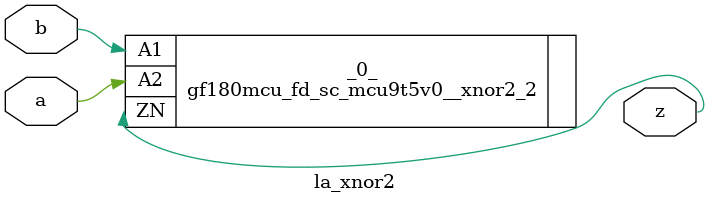
<source format=v>

/* Generated by Yosys 0.37 (git sha1 a5c7f69ed, clang 14.0.0-1ubuntu1.1 -fPIC -Os) */

module la_xnor2(a, b, z);
  input a;
  wire a;
  input b;
  wire b;
  output z;
  wire z;
  gf180mcu_fd_sc_mcu9t5v0__xnor2_2 _0_ (
    .A1(b),
    .A2(a),
    .ZN(z)
  );
endmodule

</source>
